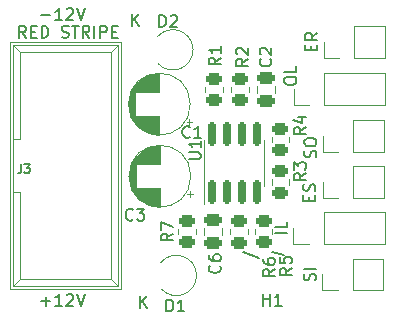
<source format=gto>
%TF.GenerationSoftware,KiCad,Pcbnew,(6.0.0)*%
%TF.CreationDate,2022-01-30T17:18:11+00:00*%
%TF.ProjectId,aistompboxadapter,61697374-6f6d-4706-926f-786164617074,rev?*%
%TF.SameCoordinates,Original*%
%TF.FileFunction,Legend,Top*%
%TF.FilePolarity,Positive*%
%FSLAX46Y46*%
G04 Gerber Fmt 4.6, Leading zero omitted, Abs format (unit mm)*
G04 Created by KiCad (PCBNEW (6.0.0)) date 2022-01-30 17:18:11*
%MOMM*%
%LPD*%
G01*
G04 APERTURE LIST*
G04 Aperture macros list*
%AMRoundRect*
0 Rectangle with rounded corners*
0 $1 Rounding radius*
0 $2 $3 $4 $5 $6 $7 $8 $9 X,Y pos of 4 corners*
0 Add a 4 corners polygon primitive as box body*
4,1,4,$2,$3,$4,$5,$6,$7,$8,$9,$2,$3,0*
0 Add four circle primitives for the rounded corners*
1,1,$1+$1,$2,$3*
1,1,$1+$1,$4,$5*
1,1,$1+$1,$6,$7*
1,1,$1+$1,$8,$9*
0 Add four rect primitives between the rounded corners*
20,1,$1+$1,$2,$3,$4,$5,0*
20,1,$1+$1,$4,$5,$6,$7,0*
20,1,$1+$1,$6,$7,$8,$9,0*
20,1,$1+$1,$8,$9,$2,$3,0*%
G04 Aperture macros list end*
%ADD10C,0.150000*%
%ADD11C,0.120000*%
%ADD12R,1.700000X1.700000*%
%ADD13O,1.700000X1.700000*%
%ADD14RoundRect,0.150000X0.150000X-0.825000X0.150000X0.825000X-0.150000X0.825000X-0.150000X-0.825000X0*%
%ADD15RoundRect,0.250000X0.450000X-0.262500X0.450000X0.262500X-0.450000X0.262500X-0.450000X-0.262500X0*%
%ADD16R,2.200000X2.200000*%
%ADD17O,2.200000X2.200000*%
%ADD18C,3.200000*%
%ADD19R,1.600000X1.600000*%
%ADD20C,1.600000*%
%ADD21RoundRect,0.250000X-0.475000X0.250000X-0.475000X-0.250000X0.475000X-0.250000X0.475000X0.250000X0*%
%ADD22RoundRect,0.250000X0.475000X-0.250000X0.475000X0.250000X-0.475000X0.250000X-0.475000X-0.250000X0*%
%ADD23RoundRect,0.250000X-0.450000X0.262500X-0.450000X-0.262500X0.450000X-0.262500X0.450000X0.262500X0*%
%ADD24R,1.727200X1.727200*%
%ADD25O,1.727200X1.727200*%
G04 APERTURE END LIST*
D10*
X226000000Y-45000000D02*
X224600000Y-44500000D01*
X228100000Y-44800000D02*
X227100000Y-44500000D01*
%TO.C,SI*%
X230734761Y-46923809D02*
X230782380Y-46780952D01*
X230782380Y-46542857D01*
X230734761Y-46447619D01*
X230687142Y-46400000D01*
X230591904Y-46352380D01*
X230496666Y-46352380D01*
X230401428Y-46400000D01*
X230353809Y-46447619D01*
X230306190Y-46542857D01*
X230258571Y-46733333D01*
X230210952Y-46828571D01*
X230163333Y-46876190D01*
X230068095Y-46923809D01*
X229972857Y-46923809D01*
X229877619Y-46876190D01*
X229830000Y-46828571D01*
X229782380Y-46733333D01*
X229782380Y-46495238D01*
X229830000Y-46352380D01*
X230782380Y-45923809D02*
X229782380Y-45923809D01*
%TO.C,U1*%
X220052380Y-36661904D02*
X220861904Y-36661904D01*
X220957142Y-36614285D01*
X221004761Y-36566666D01*
X221052380Y-36471428D01*
X221052380Y-36280952D01*
X221004761Y-36185714D01*
X220957142Y-36138095D01*
X220861904Y-36090476D01*
X220052380Y-36090476D01*
X221052380Y-35090476D02*
X221052380Y-35661904D01*
X221052380Y-35376190D02*
X220052380Y-35376190D01*
X220195238Y-35471428D01*
X220290476Y-35566666D01*
X220338095Y-35661904D01*
%TO.C,R2*%
X225052380Y-28166666D02*
X224576190Y-28500000D01*
X225052380Y-28738095D02*
X224052380Y-28738095D01*
X224052380Y-28357142D01*
X224100000Y-28261904D01*
X224147619Y-28214285D01*
X224242857Y-28166666D01*
X224385714Y-28166666D01*
X224480952Y-28214285D01*
X224528571Y-28261904D01*
X224576190Y-28357142D01*
X224576190Y-28738095D01*
X224147619Y-27785714D02*
X224100000Y-27738095D01*
X224052380Y-27642857D01*
X224052380Y-27404761D01*
X224100000Y-27309523D01*
X224147619Y-27261904D01*
X224242857Y-27214285D01*
X224338095Y-27214285D01*
X224480952Y-27261904D01*
X225052380Y-27833333D01*
X225052380Y-27214285D01*
%TO.C,R1*%
X222752380Y-28066666D02*
X222276190Y-28400000D01*
X222752380Y-28638095D02*
X221752380Y-28638095D01*
X221752380Y-28257142D01*
X221800000Y-28161904D01*
X221847619Y-28114285D01*
X221942857Y-28066666D01*
X222085714Y-28066666D01*
X222180952Y-28114285D01*
X222228571Y-28161904D01*
X222276190Y-28257142D01*
X222276190Y-28638095D01*
X222752380Y-27114285D02*
X222752380Y-27685714D01*
X222752380Y-27400000D02*
X221752380Y-27400000D01*
X221895238Y-27495238D01*
X221990476Y-27590476D01*
X222038095Y-27685714D01*
%TO.C,D1*%
X218161904Y-49552380D02*
X218161904Y-48552380D01*
X218400000Y-48552380D01*
X218542857Y-48600000D01*
X218638095Y-48695238D01*
X218685714Y-48790476D01*
X218733333Y-48980952D01*
X218733333Y-49123809D01*
X218685714Y-49314285D01*
X218638095Y-49409523D01*
X218542857Y-49504761D01*
X218400000Y-49552380D01*
X218161904Y-49552380D01*
X219685714Y-49552380D02*
X219114285Y-49552380D01*
X219400000Y-49552380D02*
X219400000Y-48552380D01*
X219304761Y-48695238D01*
X219209523Y-48790476D01*
X219114285Y-48838095D01*
X215938095Y-49252380D02*
X215938095Y-48252380D01*
X216509523Y-49252380D02*
X216080952Y-48680952D01*
X216509523Y-48252380D02*
X215938095Y-48823809D01*
%TO.C,H1*%
X226338095Y-49052380D02*
X226338095Y-48052380D01*
X226338095Y-48528571D02*
X226909523Y-48528571D01*
X226909523Y-49052380D02*
X226909523Y-48052380D01*
X227909523Y-49052380D02*
X227338095Y-49052380D01*
X227623809Y-49052380D02*
X227623809Y-48052380D01*
X227528571Y-48195238D01*
X227433333Y-48290476D01*
X227338095Y-48338095D01*
%TO.C,ES*%
X230228571Y-40190476D02*
X230228571Y-39857142D01*
X230752380Y-39714285D02*
X230752380Y-40190476D01*
X229752380Y-40190476D01*
X229752380Y-39714285D01*
X230704761Y-39333333D02*
X230752380Y-39190476D01*
X230752380Y-38952380D01*
X230704761Y-38857142D01*
X230657142Y-38809523D01*
X230561904Y-38761904D01*
X230466666Y-38761904D01*
X230371428Y-38809523D01*
X230323809Y-38857142D01*
X230276190Y-38952380D01*
X230228571Y-39142857D01*
X230180952Y-39238095D01*
X230133333Y-39285714D01*
X230038095Y-39333333D01*
X229942857Y-39333333D01*
X229847619Y-39285714D01*
X229800000Y-39238095D01*
X229752380Y-39142857D01*
X229752380Y-38904761D01*
X229800000Y-38761904D01*
%TO.C,D2*%
X217561904Y-25452380D02*
X217561904Y-24452380D01*
X217800000Y-24452380D01*
X217942857Y-24500000D01*
X218038095Y-24595238D01*
X218085714Y-24690476D01*
X218133333Y-24880952D01*
X218133333Y-25023809D01*
X218085714Y-25214285D01*
X218038095Y-25309523D01*
X217942857Y-25404761D01*
X217800000Y-25452380D01*
X217561904Y-25452380D01*
X218514285Y-24547619D02*
X218561904Y-24500000D01*
X218657142Y-24452380D01*
X218895238Y-24452380D01*
X218990476Y-24500000D01*
X219038095Y-24547619D01*
X219085714Y-24642857D01*
X219085714Y-24738095D01*
X219038095Y-24880952D01*
X218466666Y-25452380D01*
X219085714Y-25452380D01*
X215238095Y-25352380D02*
X215238095Y-24352380D01*
X215809523Y-25352380D02*
X215380952Y-24780952D01*
X215809523Y-24352380D02*
X215238095Y-24923809D01*
%TO.C,R7*%
X218702380Y-42954166D02*
X218226190Y-43287500D01*
X218702380Y-43525595D02*
X217702380Y-43525595D01*
X217702380Y-43144642D01*
X217750000Y-43049404D01*
X217797619Y-43001785D01*
X217892857Y-42954166D01*
X218035714Y-42954166D01*
X218130952Y-43001785D01*
X218178571Y-43049404D01*
X218226190Y-43144642D01*
X218226190Y-43525595D01*
X217702380Y-42620833D02*
X217702380Y-41954166D01*
X218702380Y-42382738D01*
%TO.C,R3*%
X229952380Y-37866666D02*
X229476190Y-38200000D01*
X229952380Y-38438095D02*
X228952380Y-38438095D01*
X228952380Y-38057142D01*
X229000000Y-37961904D01*
X229047619Y-37914285D01*
X229142857Y-37866666D01*
X229285714Y-37866666D01*
X229380952Y-37914285D01*
X229428571Y-37961904D01*
X229476190Y-38057142D01*
X229476190Y-38438095D01*
X228952380Y-37533333D02*
X228952380Y-36914285D01*
X229333333Y-37247619D01*
X229333333Y-37104761D01*
X229380952Y-37009523D01*
X229428571Y-36961904D01*
X229523809Y-36914285D01*
X229761904Y-36914285D01*
X229857142Y-36961904D01*
X229904761Y-37009523D01*
X229952380Y-37104761D01*
X229952380Y-37390476D01*
X229904761Y-37485714D01*
X229857142Y-37533333D01*
%TO.C,R6*%
X227352380Y-45966666D02*
X226876190Y-46300000D01*
X227352380Y-46538095D02*
X226352380Y-46538095D01*
X226352380Y-46157142D01*
X226400000Y-46061904D01*
X226447619Y-46014285D01*
X226542857Y-45966666D01*
X226685714Y-45966666D01*
X226780952Y-46014285D01*
X226828571Y-46061904D01*
X226876190Y-46157142D01*
X226876190Y-46538095D01*
X226352380Y-45109523D02*
X226352380Y-45300000D01*
X226400000Y-45395238D01*
X226447619Y-45442857D01*
X226590476Y-45538095D01*
X226780952Y-45585714D01*
X227161904Y-45585714D01*
X227257142Y-45538095D01*
X227304761Y-45490476D01*
X227352380Y-45395238D01*
X227352380Y-45204761D01*
X227304761Y-45109523D01*
X227257142Y-45061904D01*
X227161904Y-45014285D01*
X226923809Y-45014285D01*
X226828571Y-45061904D01*
X226780952Y-45109523D01*
X226733333Y-45204761D01*
X226733333Y-45395238D01*
X226780952Y-45490476D01*
X226828571Y-45538095D01*
X226923809Y-45585714D01*
%TO.C,C3*%
X215333333Y-41757142D02*
X215285714Y-41804761D01*
X215142857Y-41852380D01*
X215047619Y-41852380D01*
X214904761Y-41804761D01*
X214809523Y-41709523D01*
X214761904Y-41614285D01*
X214714285Y-41423809D01*
X214714285Y-41280952D01*
X214761904Y-41090476D01*
X214809523Y-40995238D01*
X214904761Y-40900000D01*
X215047619Y-40852380D01*
X215142857Y-40852380D01*
X215285714Y-40900000D01*
X215333333Y-40947619D01*
X215666666Y-40852380D02*
X216285714Y-40852380D01*
X215952380Y-41233333D01*
X216095238Y-41233333D01*
X216190476Y-41280952D01*
X216238095Y-41328571D01*
X216285714Y-41423809D01*
X216285714Y-41661904D01*
X216238095Y-41757142D01*
X216190476Y-41804761D01*
X216095238Y-41852380D01*
X215809523Y-41852380D01*
X215714285Y-41804761D01*
X215666666Y-41757142D01*
%TO.C,R4*%
X229952380Y-33966666D02*
X229476190Y-34300000D01*
X229952380Y-34538095D02*
X228952380Y-34538095D01*
X228952380Y-34157142D01*
X229000000Y-34061904D01*
X229047619Y-34014285D01*
X229142857Y-33966666D01*
X229285714Y-33966666D01*
X229380952Y-34014285D01*
X229428571Y-34061904D01*
X229476190Y-34157142D01*
X229476190Y-34538095D01*
X229285714Y-33109523D02*
X229952380Y-33109523D01*
X228904761Y-33347619D02*
X229619047Y-33585714D01*
X229619047Y-32966666D01*
%TO.C,C6*%
X222657142Y-45666666D02*
X222704761Y-45714285D01*
X222752380Y-45857142D01*
X222752380Y-45952380D01*
X222704761Y-46095238D01*
X222609523Y-46190476D01*
X222514285Y-46238095D01*
X222323809Y-46285714D01*
X222180952Y-46285714D01*
X221990476Y-46238095D01*
X221895238Y-46190476D01*
X221800000Y-46095238D01*
X221752380Y-45952380D01*
X221752380Y-45857142D01*
X221800000Y-45714285D01*
X221847619Y-45666666D01*
X221752380Y-44809523D02*
X221752380Y-45000000D01*
X221800000Y-45095238D01*
X221847619Y-45142857D01*
X221990476Y-45238095D01*
X222180952Y-45285714D01*
X222561904Y-45285714D01*
X222657142Y-45238095D01*
X222704761Y-45190476D01*
X222752380Y-45095238D01*
X222752380Y-44904761D01*
X222704761Y-44809523D01*
X222657142Y-44761904D01*
X222561904Y-44714285D01*
X222323809Y-44714285D01*
X222228571Y-44761904D01*
X222180952Y-44809523D01*
X222133333Y-44904761D01*
X222133333Y-45095238D01*
X222180952Y-45190476D01*
X222228571Y-45238095D01*
X222323809Y-45285714D01*
%TO.C,SO*%
X230799761Y-36509523D02*
X230847380Y-36366666D01*
X230847380Y-36128571D01*
X230799761Y-36033333D01*
X230752142Y-35985714D01*
X230656904Y-35938095D01*
X230561666Y-35938095D01*
X230466428Y-35985714D01*
X230418809Y-36033333D01*
X230371190Y-36128571D01*
X230323571Y-36319047D01*
X230275952Y-36414285D01*
X230228333Y-36461904D01*
X230133095Y-36509523D01*
X230037857Y-36509523D01*
X229942619Y-36461904D01*
X229895000Y-36414285D01*
X229847380Y-36319047D01*
X229847380Y-36080952D01*
X229895000Y-35938095D01*
X229847380Y-35319047D02*
X229847380Y-35128571D01*
X229895000Y-35033333D01*
X229990238Y-34938095D01*
X230180714Y-34890476D01*
X230514047Y-34890476D01*
X230704523Y-34938095D01*
X230799761Y-35033333D01*
X230847380Y-35128571D01*
X230847380Y-35319047D01*
X230799761Y-35414285D01*
X230704523Y-35509523D01*
X230514047Y-35557142D01*
X230180714Y-35557142D01*
X229990238Y-35509523D01*
X229895000Y-35414285D01*
X229847380Y-35319047D01*
%TO.C,C1*%
X220133333Y-34757142D02*
X220085714Y-34804761D01*
X219942857Y-34852380D01*
X219847619Y-34852380D01*
X219704761Y-34804761D01*
X219609523Y-34709523D01*
X219561904Y-34614285D01*
X219514285Y-34423809D01*
X219514285Y-34280952D01*
X219561904Y-34090476D01*
X219609523Y-33995238D01*
X219704761Y-33900000D01*
X219847619Y-33852380D01*
X219942857Y-33852380D01*
X220085714Y-33900000D01*
X220133333Y-33947619D01*
X221085714Y-34852380D02*
X220514285Y-34852380D01*
X220800000Y-34852380D02*
X220800000Y-33852380D01*
X220704761Y-33995238D01*
X220609523Y-34090476D01*
X220514285Y-34138095D01*
%TO.C,IL*%
X228342380Y-42904761D02*
X227342380Y-42904761D01*
X228342380Y-41952380D02*
X228342380Y-42428571D01*
X227342380Y-42428571D01*
%TO.C,OL*%
X228152380Y-30100000D02*
X228152380Y-29909523D01*
X228200000Y-29814285D01*
X228295238Y-29719047D01*
X228485714Y-29671428D01*
X228819047Y-29671428D01*
X229009523Y-29719047D01*
X229104761Y-29814285D01*
X229152380Y-29909523D01*
X229152380Y-30100000D01*
X229104761Y-30195238D01*
X229009523Y-30290476D01*
X228819047Y-30338095D01*
X228485714Y-30338095D01*
X228295238Y-30290476D01*
X228200000Y-30195238D01*
X228152380Y-30100000D01*
X229152380Y-28766666D02*
X229152380Y-29242857D01*
X228152380Y-29242857D01*
%TO.C,C2*%
X226957142Y-28166666D02*
X227004761Y-28214285D01*
X227052380Y-28357142D01*
X227052380Y-28452380D01*
X227004761Y-28595238D01*
X226909523Y-28690476D01*
X226814285Y-28738095D01*
X226623809Y-28785714D01*
X226480952Y-28785714D01*
X226290476Y-28738095D01*
X226195238Y-28690476D01*
X226100000Y-28595238D01*
X226052380Y-28452380D01*
X226052380Y-28357142D01*
X226100000Y-28214285D01*
X226147619Y-28166666D01*
X226147619Y-27785714D02*
X226100000Y-27738095D01*
X226052380Y-27642857D01*
X226052380Y-27404761D01*
X226100000Y-27309523D01*
X226147619Y-27261904D01*
X226242857Y-27214285D01*
X226338095Y-27214285D01*
X226480952Y-27261904D01*
X227052380Y-27833333D01*
X227052380Y-27214285D01*
%TO.C,R5*%
X228752380Y-45866666D02*
X228276190Y-46200000D01*
X228752380Y-46438095D02*
X227752380Y-46438095D01*
X227752380Y-46057142D01*
X227800000Y-45961904D01*
X227847619Y-45914285D01*
X227942857Y-45866666D01*
X228085714Y-45866666D01*
X228180952Y-45914285D01*
X228228571Y-45961904D01*
X228276190Y-46057142D01*
X228276190Y-46438095D01*
X227752380Y-44961904D02*
X227752380Y-45438095D01*
X228228571Y-45485714D01*
X228180952Y-45438095D01*
X228133333Y-45342857D01*
X228133333Y-45104761D01*
X228180952Y-45009523D01*
X228228571Y-44961904D01*
X228323809Y-44914285D01*
X228561904Y-44914285D01*
X228657142Y-44961904D01*
X228704761Y-45009523D01*
X228752380Y-45104761D01*
X228752380Y-45342857D01*
X228704761Y-45438095D01*
X228657142Y-45485714D01*
%TO.C,J3*%
X205850000Y-37089285D02*
X205850000Y-37625000D01*
X205814285Y-37732142D01*
X205742857Y-37803571D01*
X205635714Y-37839285D01*
X205564285Y-37839285D01*
X206135714Y-37089285D02*
X206600000Y-37089285D01*
X206350000Y-37375000D01*
X206457142Y-37375000D01*
X206528571Y-37410714D01*
X206564285Y-37446428D01*
X206600000Y-37517857D01*
X206600000Y-37696428D01*
X206564285Y-37767857D01*
X206528571Y-37803571D01*
X206457142Y-37839285D01*
X206242857Y-37839285D01*
X206171428Y-37803571D01*
X206135714Y-37767857D01*
X206258571Y-26372380D02*
X205925238Y-25896190D01*
X205687142Y-26372380D02*
X205687142Y-25372380D01*
X206068095Y-25372380D01*
X206163333Y-25420000D01*
X206210952Y-25467619D01*
X206258571Y-25562857D01*
X206258571Y-25705714D01*
X206210952Y-25800952D01*
X206163333Y-25848571D01*
X206068095Y-25896190D01*
X205687142Y-25896190D01*
X206687142Y-25848571D02*
X207020476Y-25848571D01*
X207163333Y-26372380D02*
X206687142Y-26372380D01*
X206687142Y-25372380D01*
X207163333Y-25372380D01*
X207591904Y-26372380D02*
X207591904Y-25372380D01*
X207830000Y-25372380D01*
X207972857Y-25420000D01*
X208068095Y-25515238D01*
X208115714Y-25610476D01*
X208163333Y-25800952D01*
X208163333Y-25943809D01*
X208115714Y-26134285D01*
X208068095Y-26229523D01*
X207972857Y-26324761D01*
X207830000Y-26372380D01*
X207591904Y-26372380D01*
X209306190Y-26324761D02*
X209449047Y-26372380D01*
X209687142Y-26372380D01*
X209782380Y-26324761D01*
X209830000Y-26277142D01*
X209877619Y-26181904D01*
X209877619Y-26086666D01*
X209830000Y-25991428D01*
X209782380Y-25943809D01*
X209687142Y-25896190D01*
X209496666Y-25848571D01*
X209401428Y-25800952D01*
X209353809Y-25753333D01*
X209306190Y-25658095D01*
X209306190Y-25562857D01*
X209353809Y-25467619D01*
X209401428Y-25420000D01*
X209496666Y-25372380D01*
X209734761Y-25372380D01*
X209877619Y-25420000D01*
X210163333Y-25372380D02*
X210734761Y-25372380D01*
X210449047Y-26372380D02*
X210449047Y-25372380D01*
X211639523Y-26372380D02*
X211306190Y-25896190D01*
X211068095Y-26372380D02*
X211068095Y-25372380D01*
X211449047Y-25372380D01*
X211544285Y-25420000D01*
X211591904Y-25467619D01*
X211639523Y-25562857D01*
X211639523Y-25705714D01*
X211591904Y-25800952D01*
X211544285Y-25848571D01*
X211449047Y-25896190D01*
X211068095Y-25896190D01*
X212068095Y-26372380D02*
X212068095Y-25372380D01*
X212544285Y-26372380D02*
X212544285Y-25372380D01*
X212925238Y-25372380D01*
X213020476Y-25420000D01*
X213068095Y-25467619D01*
X213115714Y-25562857D01*
X213115714Y-25705714D01*
X213068095Y-25800952D01*
X213020476Y-25848571D01*
X212925238Y-25896190D01*
X212544285Y-25896190D01*
X213544285Y-25848571D02*
X213877619Y-25848571D01*
X214020476Y-26372380D02*
X213544285Y-26372380D01*
X213544285Y-25372380D01*
X214020476Y-25372380D01*
X207568095Y-48691428D02*
X208330000Y-48691428D01*
X207949047Y-49072380D02*
X207949047Y-48310476D01*
X209330000Y-49072380D02*
X208758571Y-49072380D01*
X209044285Y-49072380D02*
X209044285Y-48072380D01*
X208949047Y-48215238D01*
X208853809Y-48310476D01*
X208758571Y-48358095D01*
X209710952Y-48167619D02*
X209758571Y-48120000D01*
X209853809Y-48072380D01*
X210091904Y-48072380D01*
X210187142Y-48120000D01*
X210234761Y-48167619D01*
X210282380Y-48262857D01*
X210282380Y-48358095D01*
X210234761Y-48500952D01*
X209663333Y-49072380D01*
X210282380Y-49072380D01*
X210568095Y-48072380D02*
X210901428Y-49072380D01*
X211234761Y-48072380D01*
X207568095Y-24491428D02*
X208330000Y-24491428D01*
X209330000Y-24872380D02*
X208758571Y-24872380D01*
X209044285Y-24872380D02*
X209044285Y-23872380D01*
X208949047Y-24015238D01*
X208853809Y-24110476D01*
X208758571Y-24158095D01*
X209710952Y-23967619D02*
X209758571Y-23920000D01*
X209853809Y-23872380D01*
X210091904Y-23872380D01*
X210187142Y-23920000D01*
X210234761Y-23967619D01*
X210282380Y-24062857D01*
X210282380Y-24158095D01*
X210234761Y-24300952D01*
X209663333Y-24872380D01*
X210282380Y-24872380D01*
X210568095Y-23872380D02*
X210901428Y-24872380D01*
X211234761Y-23872380D01*
%TO.C,ER*%
X230398571Y-27439285D02*
X230398571Y-27105952D01*
X230922380Y-26963095D02*
X230922380Y-27439285D01*
X229922380Y-27439285D01*
X229922380Y-26963095D01*
X230922380Y-25963095D02*
X230446190Y-26296428D01*
X230922380Y-26534523D02*
X229922380Y-26534523D01*
X229922380Y-26153571D01*
X229970000Y-26058333D01*
X230017619Y-26010714D01*
X230112857Y-25963095D01*
X230255714Y-25963095D01*
X230350952Y-26010714D01*
X230398571Y-26058333D01*
X230446190Y-26153571D01*
X230446190Y-26534523D01*
D11*
%TO.C,SI*%
X233930000Y-47730000D02*
X233930000Y-45070000D01*
X233930000Y-45070000D02*
X236530000Y-45070000D01*
X231330000Y-47730000D02*
X231330000Y-46400000D01*
X232660000Y-47730000D02*
X231330000Y-47730000D01*
X236530000Y-47730000D02*
X236530000Y-45070000D01*
X233930000Y-47730000D02*
X236530000Y-47730000D01*
%TO.C,U1*%
X221340000Y-36987500D02*
X221340000Y-35037500D01*
X226460000Y-36987500D02*
X226460000Y-38937500D01*
X221340000Y-36987500D02*
X221340000Y-40437500D01*
X226460000Y-36987500D02*
X226460000Y-35037500D01*
%TO.C,R2*%
X223665000Y-30989564D02*
X223665000Y-30535436D01*
X225135000Y-30989564D02*
X225135000Y-30535436D01*
%TO.C,R1*%
X222935000Y-31002064D02*
X222935000Y-30547936D01*
X221465000Y-31002064D02*
X221465000Y-30547936D01*
%TO.C,D1*%
X217748449Y-47667366D02*
G75*
G03*
X217688847Y-45400000I1251551J1167366D01*
G01*
%TO.C,ES*%
X232725000Y-39930000D02*
X231395000Y-39930000D01*
X233995000Y-37270000D02*
X236595000Y-37270000D01*
X231395000Y-39930000D02*
X231395000Y-38600000D01*
X233995000Y-39930000D02*
X233995000Y-37270000D01*
X233995000Y-39930000D02*
X236595000Y-39930000D01*
X236595000Y-39930000D02*
X236595000Y-37270000D01*
%TO.C,D2*%
X217448449Y-28567366D02*
G75*
G03*
X217388847Y-26300000I1251551J1167366D01*
G01*
%TO.C,R7*%
X219165000Y-43014564D02*
X219165000Y-42560436D01*
X220635000Y-43014564D02*
X220635000Y-42560436D01*
%TO.C,R3*%
X227065000Y-38827064D02*
X227065000Y-38372936D01*
X228535000Y-38827064D02*
X228535000Y-38372936D01*
%TO.C,R6*%
X223565000Y-43027064D02*
X223565000Y-42572936D01*
X225035000Y-43027064D02*
X225035000Y-42572936D01*
%TO.C,C3*%
X216759000Y-37060000D02*
X216759000Y-35658000D01*
X216679000Y-37060000D02*
X216679000Y-35686000D01*
X215079000Y-38777000D02*
X215079000Y-37423000D01*
X216319000Y-40347000D02*
X216319000Y-39140000D01*
X217040000Y-37060000D02*
X217040000Y-35580000D01*
X215919000Y-40071000D02*
X215919000Y-39140000D01*
X216479000Y-37060000D02*
X216479000Y-35771000D01*
X217240000Y-37060000D02*
X217240000Y-35544000D01*
X216199000Y-40275000D02*
X216199000Y-39140000D01*
X215719000Y-37060000D02*
X215719000Y-36315000D01*
X216279000Y-40324000D02*
X216279000Y-39140000D01*
X216119000Y-40222000D02*
X216119000Y-39140000D01*
X217160000Y-40643000D02*
X217160000Y-39140000D01*
X215159000Y-39015000D02*
X215159000Y-37185000D01*
X216199000Y-37060000D02*
X216199000Y-35925000D01*
X215799000Y-39964000D02*
X215799000Y-39140000D01*
X217560000Y-40680000D02*
X217560000Y-39140000D01*
X216079000Y-40195000D02*
X216079000Y-39140000D01*
X216399000Y-40390000D02*
X216399000Y-39140000D01*
X215959000Y-37060000D02*
X215959000Y-36096000D01*
X216519000Y-40448000D02*
X216519000Y-39140000D01*
X216079000Y-37060000D02*
X216079000Y-36005000D01*
X215599000Y-39753000D02*
X215599000Y-39140000D01*
X217280000Y-37060000D02*
X217280000Y-35539000D01*
X216359000Y-40368000D02*
X216359000Y-39140000D01*
X215599000Y-37060000D02*
X215599000Y-36447000D01*
X216719000Y-40528000D02*
X216719000Y-39140000D01*
X216920000Y-40591000D02*
X216920000Y-39140000D01*
X215439000Y-39543000D02*
X215439000Y-36657000D01*
X215399000Y-39483000D02*
X215399000Y-36717000D01*
X215039000Y-38618000D02*
X215039000Y-37582000D01*
X217080000Y-40628000D02*
X217080000Y-39140000D01*
X216920000Y-37060000D02*
X216920000Y-35609000D01*
X216719000Y-37060000D02*
X216719000Y-35672000D01*
X217360000Y-37060000D02*
X217360000Y-35531000D01*
X217480000Y-40678000D02*
X217480000Y-39140000D01*
X215319000Y-39351000D02*
X215319000Y-36849000D01*
X215799000Y-37060000D02*
X215799000Y-36236000D01*
X216679000Y-40514000D02*
X216679000Y-39140000D01*
X215519000Y-39654000D02*
X215519000Y-36546000D01*
X217520000Y-37060000D02*
X217520000Y-35521000D01*
X216879000Y-40580000D02*
X216879000Y-39140000D01*
X215759000Y-39926000D02*
X215759000Y-39140000D01*
X215879000Y-37060000D02*
X215879000Y-36163000D01*
X215479000Y-39600000D02*
X215479000Y-36600000D01*
X216479000Y-40429000D02*
X216479000Y-39140000D01*
X217240000Y-40656000D02*
X217240000Y-39140000D01*
X216319000Y-37060000D02*
X216319000Y-35853000D01*
X214999000Y-38384000D02*
X214999000Y-37816000D01*
X217600000Y-40680000D02*
X217600000Y-39140000D01*
X216759000Y-40542000D02*
X216759000Y-39140000D01*
X215839000Y-40001000D02*
X215839000Y-39140000D01*
X217040000Y-40620000D02*
X217040000Y-39140000D01*
X217320000Y-37060000D02*
X217320000Y-35535000D01*
X216039000Y-40165000D02*
X216039000Y-39140000D01*
X216839000Y-40568000D02*
X216839000Y-39140000D01*
X216439000Y-37060000D02*
X216439000Y-35790000D01*
X215639000Y-37060000D02*
X215639000Y-36401000D01*
X215359000Y-39419000D02*
X215359000Y-36781000D01*
X215679000Y-37060000D02*
X215679000Y-36357000D01*
X215999000Y-37060000D02*
X215999000Y-36065000D01*
X216960000Y-37060000D02*
X216960000Y-35599000D01*
X220404775Y-39575000D02*
X219904775Y-39575000D01*
X220154775Y-39825000D02*
X220154775Y-39325000D01*
X217520000Y-40679000D02*
X217520000Y-39140000D01*
X216599000Y-40482000D02*
X216599000Y-39140000D01*
X216559000Y-37060000D02*
X216559000Y-35735000D01*
X217160000Y-37060000D02*
X217160000Y-35557000D01*
X216559000Y-40465000D02*
X216559000Y-39140000D01*
X216519000Y-37060000D02*
X216519000Y-35752000D01*
X216839000Y-37060000D02*
X216839000Y-35632000D01*
X217000000Y-37060000D02*
X217000000Y-35589000D01*
X217320000Y-40665000D02*
X217320000Y-39140000D01*
X215719000Y-39885000D02*
X215719000Y-39140000D01*
X216159000Y-37060000D02*
X216159000Y-35951000D01*
X216039000Y-37060000D02*
X216039000Y-36035000D01*
X215879000Y-40037000D02*
X215879000Y-39140000D01*
X215239000Y-39198000D02*
X215239000Y-37002000D01*
X217480000Y-37060000D02*
X217480000Y-35522000D01*
X216639000Y-40498000D02*
X216639000Y-39140000D01*
X217400000Y-40673000D02*
X217400000Y-39140000D01*
X216279000Y-37060000D02*
X216279000Y-35876000D01*
X215999000Y-40135000D02*
X215999000Y-39140000D01*
X216119000Y-37060000D02*
X216119000Y-35978000D01*
X216359000Y-37060000D02*
X216359000Y-35832000D01*
X216960000Y-40601000D02*
X216960000Y-39140000D01*
X216799000Y-37060000D02*
X216799000Y-35645000D01*
X216639000Y-37060000D02*
X216639000Y-35702000D01*
X217440000Y-37060000D02*
X217440000Y-35524000D01*
X215279000Y-39278000D02*
X215279000Y-36922000D01*
X217000000Y-40611000D02*
X217000000Y-39140000D01*
X216799000Y-40555000D02*
X216799000Y-39140000D01*
X215959000Y-40104000D02*
X215959000Y-39140000D01*
X215199000Y-39111000D02*
X215199000Y-37089000D01*
X217440000Y-40676000D02*
X217440000Y-39140000D01*
X216599000Y-37060000D02*
X216599000Y-35718000D01*
X215759000Y-37060000D02*
X215759000Y-36274000D01*
X216239000Y-37060000D02*
X216239000Y-35900000D01*
X217120000Y-40636000D02*
X217120000Y-39140000D01*
X216399000Y-37060000D02*
X216399000Y-35810000D01*
X215119000Y-38905000D02*
X215119000Y-37295000D01*
X217360000Y-40669000D02*
X217360000Y-39140000D01*
X216159000Y-40249000D02*
X216159000Y-39140000D01*
X217600000Y-37060000D02*
X217600000Y-35520000D01*
X215559000Y-39705000D02*
X215559000Y-36495000D01*
X217080000Y-37060000D02*
X217080000Y-35572000D01*
X217200000Y-40650000D02*
X217200000Y-39140000D01*
X216879000Y-37060000D02*
X216879000Y-35620000D01*
X215679000Y-39843000D02*
X215679000Y-39140000D01*
X217120000Y-37060000D02*
X217120000Y-35564000D01*
X216239000Y-40300000D02*
X216239000Y-39140000D01*
X215919000Y-37060000D02*
X215919000Y-36129000D01*
X217400000Y-37060000D02*
X217400000Y-35527000D01*
X217560000Y-37060000D02*
X217560000Y-35520000D01*
X216439000Y-40410000D02*
X216439000Y-39140000D01*
X217280000Y-40661000D02*
X217280000Y-39140000D01*
X217200000Y-37060000D02*
X217200000Y-35550000D01*
X215839000Y-37060000D02*
X215839000Y-36199000D01*
X215639000Y-39799000D02*
X215639000Y-39140000D01*
X220220000Y-38100000D02*
G75*
G03*
X220220000Y-38100000I-2620000J0D01*
G01*
%TO.C,R4*%
X228535000Y-35227064D02*
X228535000Y-34772936D01*
X227065000Y-35227064D02*
X227065000Y-34772936D01*
%TO.C,C6*%
X222835000Y-42526248D02*
X222835000Y-43048752D01*
X221365000Y-42526248D02*
X221365000Y-43048752D01*
%TO.C,SO*%
X233995000Y-36030000D02*
X236595000Y-36030000D01*
X232725000Y-36030000D02*
X231395000Y-36030000D01*
X233995000Y-36030000D02*
X233995000Y-33370000D01*
X233995000Y-33370000D02*
X236595000Y-33370000D01*
X231395000Y-36030000D02*
X231395000Y-34700000D01*
X236595000Y-36030000D02*
X236595000Y-33370000D01*
%TO.C,C1*%
X216314113Y-30960000D02*
X216314113Y-29732000D01*
X216714113Y-34442000D02*
X216714113Y-33040000D01*
X215994113Y-34065000D02*
X215994113Y-33040000D01*
X215714113Y-30960000D02*
X215714113Y-30174000D01*
X217355113Y-34573000D02*
X217355113Y-33040000D01*
X217195113Y-30960000D02*
X217195113Y-29444000D01*
X217475113Y-30960000D02*
X217475113Y-29421000D01*
X217395113Y-34576000D02*
X217395113Y-33040000D01*
X216354113Y-30960000D02*
X216354113Y-29710000D01*
X214954113Y-32284000D02*
X214954113Y-31716000D01*
X215034113Y-32677000D02*
X215034113Y-31323000D01*
X215714113Y-33826000D02*
X215714113Y-33040000D01*
X217035113Y-30960000D02*
X217035113Y-29472000D01*
X217515113Y-30960000D02*
X217515113Y-29420000D01*
X216194113Y-34200000D02*
X216194113Y-33040000D01*
X217355113Y-30960000D02*
X217355113Y-29427000D01*
X215634113Y-30960000D02*
X215634113Y-30257000D01*
X216955113Y-30960000D02*
X216955113Y-29489000D01*
X215354113Y-33383000D02*
X215354113Y-30617000D01*
X216554113Y-30960000D02*
X216554113Y-29618000D01*
X216554113Y-34382000D02*
X216554113Y-33040000D01*
X217435113Y-30960000D02*
X217435113Y-29422000D01*
X217395113Y-30960000D02*
X217395113Y-29424000D01*
X215834113Y-33937000D02*
X215834113Y-33040000D01*
X216234113Y-30960000D02*
X216234113Y-29776000D01*
X216794113Y-34468000D02*
X216794113Y-33040000D01*
X215554113Y-30960000D02*
X215554113Y-30347000D01*
X216794113Y-30960000D02*
X216794113Y-29532000D01*
X215954113Y-30960000D02*
X215954113Y-29965000D01*
X217555113Y-30960000D02*
X217555113Y-29420000D01*
X216514113Y-34365000D02*
X216514113Y-33040000D01*
X215914113Y-34004000D02*
X215914113Y-33040000D01*
X216594113Y-30960000D02*
X216594113Y-29602000D01*
X216354113Y-34290000D02*
X216354113Y-33040000D01*
X216995113Y-34520000D02*
X216995113Y-33040000D01*
X215754113Y-33864000D02*
X215754113Y-33040000D01*
X215514113Y-33605000D02*
X215514113Y-30395000D01*
X217195113Y-34556000D02*
X217195113Y-33040000D01*
X216434113Y-34329000D02*
X216434113Y-33040000D01*
X217435113Y-34578000D02*
X217435113Y-33040000D01*
X217235113Y-30960000D02*
X217235113Y-29439000D01*
X215434113Y-33500000D02*
X215434113Y-30500000D01*
X216594113Y-34398000D02*
X216594113Y-33040000D01*
X217275113Y-30960000D02*
X217275113Y-29435000D01*
X216034113Y-34095000D02*
X216034113Y-33040000D01*
X216834113Y-34480000D02*
X216834113Y-33040000D01*
X216474113Y-34348000D02*
X216474113Y-33040000D01*
X216674113Y-30960000D02*
X216674113Y-29572000D01*
X216915113Y-34501000D02*
X216915113Y-33040000D01*
X217275113Y-34565000D02*
X217275113Y-33040000D01*
X215994113Y-30960000D02*
X215994113Y-29935000D01*
X215674113Y-33785000D02*
X215674113Y-33040000D01*
X220109888Y-33725000D02*
X220109888Y-33225000D01*
X216274113Y-34247000D02*
X216274113Y-33040000D01*
X215314113Y-33319000D02*
X215314113Y-30681000D01*
X216915113Y-30960000D02*
X216915113Y-29499000D01*
X216114113Y-30960000D02*
X216114113Y-29851000D01*
X215794113Y-33901000D02*
X215794113Y-33040000D01*
X216674113Y-34428000D02*
X216674113Y-33040000D01*
X216114113Y-34149000D02*
X216114113Y-33040000D01*
X216474113Y-30960000D02*
X216474113Y-29652000D01*
X215874113Y-33971000D02*
X215874113Y-33040000D01*
X217075113Y-30960000D02*
X217075113Y-29464000D01*
X216394113Y-34310000D02*
X216394113Y-33040000D01*
X215634113Y-33743000D02*
X215634113Y-33040000D01*
X215594113Y-30960000D02*
X215594113Y-30301000D01*
X216074113Y-30960000D02*
X216074113Y-29878000D01*
X220359888Y-33475000D02*
X219859888Y-33475000D01*
X217075113Y-34536000D02*
X217075113Y-33040000D01*
X216514113Y-30960000D02*
X216514113Y-29635000D01*
X215954113Y-34035000D02*
X215954113Y-33040000D01*
X217115113Y-30960000D02*
X217115113Y-29457000D01*
X215554113Y-33653000D02*
X215554113Y-33040000D01*
X215474113Y-33554000D02*
X215474113Y-30446000D01*
X217475113Y-34579000D02*
X217475113Y-33040000D01*
X217315113Y-30960000D02*
X217315113Y-29431000D01*
X217315113Y-34569000D02*
X217315113Y-33040000D01*
X215594113Y-33699000D02*
X215594113Y-33040000D01*
X216194113Y-30960000D02*
X216194113Y-29800000D01*
X214994113Y-32518000D02*
X214994113Y-31482000D01*
X216834113Y-30960000D02*
X216834113Y-29520000D01*
X216074113Y-34122000D02*
X216074113Y-33040000D01*
X215194113Y-33098000D02*
X215194113Y-30902000D01*
X217035113Y-34528000D02*
X217035113Y-33040000D01*
X216754113Y-30960000D02*
X216754113Y-29545000D01*
X216634113Y-34414000D02*
X216634113Y-33040000D01*
X216714113Y-30960000D02*
X216714113Y-29558000D01*
X217235113Y-34561000D02*
X217235113Y-33040000D01*
X217115113Y-34543000D02*
X217115113Y-33040000D01*
X216995113Y-30960000D02*
X216995113Y-29480000D01*
X216634113Y-30960000D02*
X216634113Y-29586000D01*
X215114113Y-32915000D02*
X215114113Y-31085000D01*
X216234113Y-34224000D02*
X216234113Y-33040000D01*
X217155113Y-30960000D02*
X217155113Y-29450000D01*
X216274113Y-30960000D02*
X216274113Y-29753000D01*
X215874113Y-30960000D02*
X215874113Y-30029000D01*
X215274113Y-33251000D02*
X215274113Y-30749000D01*
X215914113Y-30960000D02*
X215914113Y-29996000D01*
X216434113Y-30960000D02*
X216434113Y-29671000D01*
X215674113Y-30960000D02*
X215674113Y-30215000D01*
X215754113Y-30960000D02*
X215754113Y-30136000D01*
X215394113Y-33443000D02*
X215394113Y-30557000D01*
X216875113Y-34491000D02*
X216875113Y-33040000D01*
X216154113Y-30960000D02*
X216154113Y-29825000D01*
X216314113Y-34268000D02*
X216314113Y-33040000D01*
X217515113Y-34580000D02*
X217515113Y-33040000D01*
X217555113Y-34580000D02*
X217555113Y-33040000D01*
X216754113Y-34455000D02*
X216754113Y-33040000D01*
X216034113Y-30960000D02*
X216034113Y-29905000D01*
X216394113Y-30960000D02*
X216394113Y-29690000D01*
X215234113Y-33178000D02*
X215234113Y-30822000D01*
X216875113Y-30960000D02*
X216875113Y-29509000D01*
X217155113Y-34550000D02*
X217155113Y-33040000D01*
X215834113Y-30960000D02*
X215834113Y-30063000D01*
X216154113Y-34175000D02*
X216154113Y-33040000D01*
X215794113Y-30960000D02*
X215794113Y-30099000D01*
X216955113Y-34511000D02*
X216955113Y-33040000D01*
X215074113Y-32805000D02*
X215074113Y-31195000D01*
X215154113Y-33011000D02*
X215154113Y-30989000D01*
X220175113Y-32000000D02*
G75*
G03*
X220175113Y-32000000I-2620000J0D01*
G01*
%TO.C,IL*%
X231490000Y-41170000D02*
X236630000Y-41170000D01*
X228890000Y-43830000D02*
X228890000Y-42500000D01*
X231490000Y-43830000D02*
X231490000Y-41170000D01*
X231490000Y-43830000D02*
X236630000Y-43830000D01*
X230220000Y-43830000D02*
X228890000Y-43830000D01*
X236630000Y-43830000D02*
X236630000Y-41170000D01*
%TO.C,OL*%
X228930000Y-32030000D02*
X228930000Y-30700000D01*
X230260000Y-32030000D02*
X228930000Y-32030000D01*
X231530000Y-32030000D02*
X231530000Y-29370000D01*
X231530000Y-29370000D02*
X236670000Y-29370000D01*
X236670000Y-32030000D02*
X236670000Y-29370000D01*
X231530000Y-32030000D02*
X236670000Y-32030000D01*
%TO.C,C2*%
X225865000Y-31023752D02*
X225865000Y-30501248D01*
X227335000Y-31023752D02*
X227335000Y-30501248D01*
%TO.C,R5*%
X225665000Y-42560436D02*
X225665000Y-43014564D01*
X227135000Y-42560436D02*
X227135000Y-43014564D01*
%TO.C,J3*%
X204925000Y-26770000D02*
X214275000Y-26770000D01*
X214275000Y-47630000D02*
X204925000Y-47630000D01*
X214030000Y-27020000D02*
X214030000Y-47370000D01*
X205730000Y-27570000D02*
X213480000Y-27570000D01*
X205730000Y-46820000D02*
X205730000Y-39470000D01*
X214275000Y-26770000D02*
X214275000Y-47630000D01*
X213480000Y-27570000D02*
X214030000Y-27020000D01*
X205230000Y-34950000D02*
X205710000Y-34950000D01*
X213480000Y-27570000D02*
X213480000Y-46820000D01*
X213480000Y-46820000D02*
X205730000Y-46820000D01*
X205730000Y-46820000D02*
X205230000Y-47320000D01*
X204925000Y-47630000D02*
X204925000Y-26770000D01*
X205180000Y-27020000D02*
X214030000Y-27020000D01*
X213480000Y-46820000D02*
X214030000Y-47370000D01*
X205180000Y-47370000D02*
X205180000Y-27020000D01*
X214030000Y-47370000D02*
X205180000Y-47370000D01*
X205180000Y-27020000D02*
X205730000Y-27570000D01*
X205730000Y-34950000D02*
X205730000Y-27570000D01*
X205730000Y-39450000D02*
X205220000Y-39450000D01*
%TO.C,ER*%
X234070000Y-28055000D02*
X234070000Y-25395000D01*
X234070000Y-25395000D02*
X236670000Y-25395000D01*
X231470000Y-28055000D02*
X231470000Y-26725000D01*
X232800000Y-28055000D02*
X231470000Y-28055000D01*
X234070000Y-28055000D02*
X236670000Y-28055000D01*
X236670000Y-28055000D02*
X236670000Y-25395000D01*
%TD*%
%LPC*%
D12*
%TO.C,SI*%
X232660000Y-46400000D03*
D13*
X235200000Y-46400000D03*
%TD*%
D14*
%TO.C,U1*%
X221995000Y-39462500D03*
X223265000Y-39462500D03*
X224535000Y-39462500D03*
X225805000Y-39462500D03*
X225805000Y-34512500D03*
X224535000Y-34512500D03*
X223265000Y-34512500D03*
X221995000Y-34512500D03*
%TD*%
D15*
%TO.C,R2*%
X224400000Y-31675000D03*
X224400000Y-29850000D03*
%TD*%
%TO.C,R1*%
X222200000Y-31687500D03*
X222200000Y-29862500D03*
%TD*%
D16*
%TO.C,D1*%
X216460000Y-46500000D03*
D17*
X219000000Y-46500000D03*
%TD*%
D18*
%TO.C,H1*%
X224300000Y-47000000D03*
%TD*%
D12*
%TO.C,ES*%
X232725000Y-38600000D03*
D13*
X235265000Y-38600000D03*
%TD*%
D16*
%TO.C,D2*%
X216160000Y-27400000D03*
D17*
X218700000Y-27400000D03*
%TD*%
D15*
%TO.C,R7*%
X219900000Y-43700000D03*
X219900000Y-41875000D03*
%TD*%
%TO.C,R3*%
X227800000Y-39512500D03*
X227800000Y-37687500D03*
%TD*%
%TO.C,R6*%
X224300000Y-43712500D03*
X224300000Y-41887500D03*
%TD*%
D19*
%TO.C,C3*%
X218600000Y-38100000D03*
D20*
X216600000Y-38100000D03*
%TD*%
D15*
%TO.C,R4*%
X227800000Y-35912500D03*
X227800000Y-34087500D03*
%TD*%
D21*
%TO.C,C6*%
X222100000Y-41837500D03*
X222100000Y-43737500D03*
%TD*%
D12*
%TO.C,SO*%
X232725000Y-34700000D03*
D13*
X235265000Y-34700000D03*
%TD*%
D19*
%TO.C,C1*%
X218555113Y-32000000D03*
D20*
X216555113Y-32000000D03*
%TD*%
D12*
%TO.C,IL*%
X230220000Y-42500000D03*
D13*
X232760000Y-42500000D03*
X235300000Y-42500000D03*
%TD*%
D12*
%TO.C,OL*%
X230260000Y-30700000D03*
D13*
X232800000Y-30700000D03*
X235340000Y-30700000D03*
%TD*%
D22*
%TO.C,C2*%
X226600000Y-31712500D03*
X226600000Y-29812500D03*
%TD*%
D23*
%TO.C,R5*%
X226400000Y-41875000D03*
X226400000Y-43700000D03*
%TD*%
D24*
%TO.C,J3*%
X208330000Y-32120000D03*
D25*
X210870000Y-32120000D03*
X208330000Y-34660000D03*
X210870000Y-34660000D03*
X208330000Y-37200000D03*
X210870000Y-37200000D03*
X208330000Y-39740000D03*
X210870000Y-39740000D03*
X208330000Y-42280000D03*
X210870000Y-42280000D03*
%TD*%
D12*
%TO.C,ER*%
X232800000Y-26725000D03*
D13*
X235340000Y-26725000D03*
%TD*%
M02*

</source>
